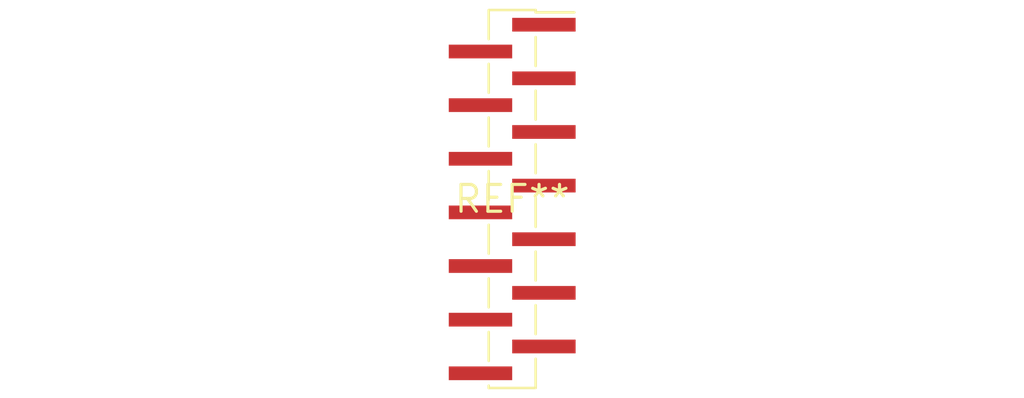
<source format=kicad_pcb>
(kicad_pcb (version 20240108) (generator pcbnew)
  (layers (0 "F.Cu" signal) (31 "B.Cu" signal) (34 "B.Paste" user) (35 "F.Paste" user) (36 "B.SilkS" user "B.Silkscreen") (37 "F.SilkS" user "F.Silkscreen") (38 "B.Mask" user) (39 "F.Mask" user) (44 "Edge.Cuts" user))
  (net 0 "")
  (footprint "PinHeader_1x14_P1.27mm_Vertical_SMD_Pin1Right" (layer "F.Cu") (at 0 0)
    (property "Reference" "REF**")
    (property "Value" "PinHeader_1x14_P1.27mm_Vertical_SMD_Pin1Right")
    (fp_line (start -1.11 -8.95) (end 1.11 -8.95) (layer "F.SilkS") (stroke (width 0.12)))
    (fp_line (start -1.11 -8.94) (end -1.11 -7.57) (layer "F.SilkS") (stroke (width 0.12)))
    (fp_line (start -1.11 -6.4) (end -1.11 -5.03) (layer "F.SilkS") (stroke (width 0.12)))
    (fp_line (start -1.11 -3.86) (end -1.11 -2.49) (layer "F.SilkS") (stroke (width 0.12)))
    (fp_line (start -1.11 -1.32) (end -1.11 0.05) (layer "F.SilkS") (stroke (width 0.12)))
    (fp_line (start -1.11 1.22) (end -1.11 2.59) (layer "F.SilkS") (stroke (width 0.12)))
    (fp_line (start -1.11 3.76) (end -1.11 5.13) (layer "F.SilkS") (stroke (width 0.12)))
    (fp_line (start -1.11 6.3) (end -1.11 7.67) (layer "F.SilkS") (stroke (width 0.12)))
    (fp_line (start -1.11 8.84) (end -1.11 8.95) (layer "F.SilkS") (stroke (width 0.12)))
    (fp_line (start -1.11 8.95) (end 1.11 8.95) (layer "F.SilkS") (stroke (width 0.12)))
    (fp_line (start 1.11 -8.95) (end 1.11 -8.84) (layer "F.SilkS") (stroke (width 0.12)))
    (fp_line (start 1.11 -8.84) (end 2.94 -8.84) (layer "F.SilkS") (stroke (width 0.12)))
    (fp_line (start 1.11 -7.67) (end 1.11 -6.3) (layer "F.SilkS") (stroke (width 0.12)))
    (fp_line (start 1.11 -5.13) (end 1.11 -3.76) (layer "F.SilkS") (stroke (width 0.12)))
    (fp_line (start 1.11 -2.59) (end 1.11 -1.22) (layer "F.SilkS") (stroke (width 0.12)))
    (fp_line (start 1.11 -0.05) (end 1.11 1.32) (layer "F.SilkS") (stroke (width 0.12)))
    (fp_line (start 1.11 2.49) (end 1.11 3.86) (layer "F.SilkS") (stroke (width 0.12)))
    (fp_line (start 1.11 5.03) (end 1.11 6.4) (layer "F.SilkS") (stroke (width 0.12)))
    (fp_line (start 1.11 7.57) (end 1.11 8.94) (layer "F.SilkS") (stroke (width 0.12)))
    (pad "1" smd rect (at 1.5 -8.255) (size 3 0.65) (layers "F.Cu" "F.Paste" "F.Mask"))
    (pad "2" smd rect (at -1.5 -6.985) (size 3 0.65) (layers "F.Cu" "F.Paste" "F.Mask"))
    (pad "3" smd rect (at 1.5 -5.715) (size 3 0.65) (layers "F.Cu" "F.Paste" "F.Mask"))
    (pad "4" smd rect (at -1.5 -4.445) (size 3 0.65) (layers "F.Cu" "F.Paste" "F.Mask"))
    (pad "5" smd rect (at 1.5 -3.175) (size 3 0.65) (layers "F.Cu" "F.Paste" "F.Mask"))
    (pad "6" smd rect (at -1.5 -1.905) (size 3 0.65) (layers "F.Cu" "F.Paste" "F.Mask"))
    (pad "7" smd rect (at 1.5 -0.635) (size 3 0.65) (layers "F.Cu" "F.Paste" "F.Mask"))
    (pad "8" smd rect (at -1.5 0.635) (size 3 0.65) (layers "F.Cu" "F.Paste" "F.Mask"))
    (pad "9" smd rect (at 1.5 1.905) (size 3 0.65) (layers "F.Cu" "F.Paste" "F.Mask"))
    (pad "10" smd rect (at -1.5 3.175) (size 3 0.65) (layers "F.Cu" "F.Paste" "F.Mask"))
    (pad "11" smd rect (at 1.5 4.445) (size 3 0.65) (layers "F.Cu" "F.Paste" "F.Mask"))
    (pad "12" smd rect (at -1.5 5.715) (size 3 0.65) (layers "F.Cu" "F.Paste" "F.Mask"))
    (pad "13" smd rect (at 1.5 6.985) (size 3 0.65) (layers "F.Cu" "F.Paste" "F.Mask"))
    (pad "14" smd rect (at -1.5 8.255) (size 3 0.65) (layers "F.Cu" "F.Paste" "F.Mask"))
  )
)
</source>
